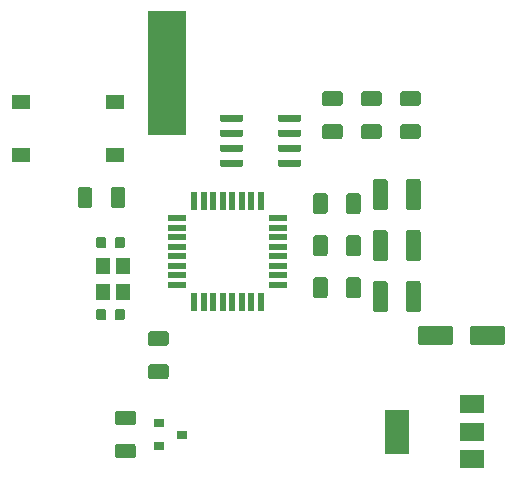
<source format=gbr>
G04 #@! TF.GenerationSoftware,KiCad,Pcbnew,5.1.5-1.fc30*
G04 #@! TF.CreationDate,2020-01-16T12:22:22+03:00*
G04 #@! TF.ProjectId,Tamagotchi-Atmega8,54616d61-676f-4746-9368-692d41746d65,rev?*
G04 #@! TF.SameCoordinates,Original*
G04 #@! TF.FileFunction,Paste,Top*
G04 #@! TF.FilePolarity,Positive*
%FSLAX46Y46*%
G04 Gerber Fmt 4.6, Leading zero omitted, Abs format (unit mm)*
G04 Created by KiCad (PCBNEW 5.1.5-1.fc30) date 2020-01-16 12:22:22*
%MOMM*%
%LPD*%
G04 APERTURE LIST*
%ADD10R,1.550000X1.300000*%
%ADD11R,3.200000X10.500000*%
%ADD12R,1.200000X1.400000*%
%ADD13C,0.100000*%
%ADD14R,0.550000X1.600000*%
%ADD15R,1.600000X0.550000*%
%ADD16R,2.000000X1.500000*%
%ADD17R,2.000000X3.800000*%
%ADD18R,0.900000X0.800000*%
G04 APERTURE END LIST*
D10*
X109817000Y-73188000D03*
X117767000Y-73188000D03*
X109817000Y-77688000D03*
X117767000Y-77688000D03*
D11*
X122174000Y-70752000D03*
D12*
X116752000Y-89238000D03*
X116752000Y-87038000D03*
X118452000Y-87038000D03*
X118452000Y-89238000D03*
D13*
G36*
X133362703Y-74249722D02*
G01*
X133377264Y-74251882D01*
X133391543Y-74255459D01*
X133405403Y-74260418D01*
X133418710Y-74266712D01*
X133431336Y-74274280D01*
X133443159Y-74283048D01*
X133454066Y-74292934D01*
X133463952Y-74303841D01*
X133472720Y-74315664D01*
X133480288Y-74328290D01*
X133486582Y-74341597D01*
X133491541Y-74355457D01*
X133495118Y-74369736D01*
X133497278Y-74384297D01*
X133498000Y-74399000D01*
X133498000Y-74699000D01*
X133497278Y-74713703D01*
X133495118Y-74728264D01*
X133491541Y-74742543D01*
X133486582Y-74756403D01*
X133480288Y-74769710D01*
X133472720Y-74782336D01*
X133463952Y-74794159D01*
X133454066Y-74805066D01*
X133443159Y-74814952D01*
X133431336Y-74823720D01*
X133418710Y-74831288D01*
X133405403Y-74837582D01*
X133391543Y-74842541D01*
X133377264Y-74846118D01*
X133362703Y-74848278D01*
X133348000Y-74849000D01*
X131698000Y-74849000D01*
X131683297Y-74848278D01*
X131668736Y-74846118D01*
X131654457Y-74842541D01*
X131640597Y-74837582D01*
X131627290Y-74831288D01*
X131614664Y-74823720D01*
X131602841Y-74814952D01*
X131591934Y-74805066D01*
X131582048Y-74794159D01*
X131573280Y-74782336D01*
X131565712Y-74769710D01*
X131559418Y-74756403D01*
X131554459Y-74742543D01*
X131550882Y-74728264D01*
X131548722Y-74713703D01*
X131548000Y-74699000D01*
X131548000Y-74399000D01*
X131548722Y-74384297D01*
X131550882Y-74369736D01*
X131554459Y-74355457D01*
X131559418Y-74341597D01*
X131565712Y-74328290D01*
X131573280Y-74315664D01*
X131582048Y-74303841D01*
X131591934Y-74292934D01*
X131602841Y-74283048D01*
X131614664Y-74274280D01*
X131627290Y-74266712D01*
X131640597Y-74260418D01*
X131654457Y-74255459D01*
X131668736Y-74251882D01*
X131683297Y-74249722D01*
X131698000Y-74249000D01*
X133348000Y-74249000D01*
X133362703Y-74249722D01*
G37*
G36*
X133362703Y-75519722D02*
G01*
X133377264Y-75521882D01*
X133391543Y-75525459D01*
X133405403Y-75530418D01*
X133418710Y-75536712D01*
X133431336Y-75544280D01*
X133443159Y-75553048D01*
X133454066Y-75562934D01*
X133463952Y-75573841D01*
X133472720Y-75585664D01*
X133480288Y-75598290D01*
X133486582Y-75611597D01*
X133491541Y-75625457D01*
X133495118Y-75639736D01*
X133497278Y-75654297D01*
X133498000Y-75669000D01*
X133498000Y-75969000D01*
X133497278Y-75983703D01*
X133495118Y-75998264D01*
X133491541Y-76012543D01*
X133486582Y-76026403D01*
X133480288Y-76039710D01*
X133472720Y-76052336D01*
X133463952Y-76064159D01*
X133454066Y-76075066D01*
X133443159Y-76084952D01*
X133431336Y-76093720D01*
X133418710Y-76101288D01*
X133405403Y-76107582D01*
X133391543Y-76112541D01*
X133377264Y-76116118D01*
X133362703Y-76118278D01*
X133348000Y-76119000D01*
X131698000Y-76119000D01*
X131683297Y-76118278D01*
X131668736Y-76116118D01*
X131654457Y-76112541D01*
X131640597Y-76107582D01*
X131627290Y-76101288D01*
X131614664Y-76093720D01*
X131602841Y-76084952D01*
X131591934Y-76075066D01*
X131582048Y-76064159D01*
X131573280Y-76052336D01*
X131565712Y-76039710D01*
X131559418Y-76026403D01*
X131554459Y-76012543D01*
X131550882Y-75998264D01*
X131548722Y-75983703D01*
X131548000Y-75969000D01*
X131548000Y-75669000D01*
X131548722Y-75654297D01*
X131550882Y-75639736D01*
X131554459Y-75625457D01*
X131559418Y-75611597D01*
X131565712Y-75598290D01*
X131573280Y-75585664D01*
X131582048Y-75573841D01*
X131591934Y-75562934D01*
X131602841Y-75553048D01*
X131614664Y-75544280D01*
X131627290Y-75536712D01*
X131640597Y-75530418D01*
X131654457Y-75525459D01*
X131668736Y-75521882D01*
X131683297Y-75519722D01*
X131698000Y-75519000D01*
X133348000Y-75519000D01*
X133362703Y-75519722D01*
G37*
G36*
X133362703Y-76789722D02*
G01*
X133377264Y-76791882D01*
X133391543Y-76795459D01*
X133405403Y-76800418D01*
X133418710Y-76806712D01*
X133431336Y-76814280D01*
X133443159Y-76823048D01*
X133454066Y-76832934D01*
X133463952Y-76843841D01*
X133472720Y-76855664D01*
X133480288Y-76868290D01*
X133486582Y-76881597D01*
X133491541Y-76895457D01*
X133495118Y-76909736D01*
X133497278Y-76924297D01*
X133498000Y-76939000D01*
X133498000Y-77239000D01*
X133497278Y-77253703D01*
X133495118Y-77268264D01*
X133491541Y-77282543D01*
X133486582Y-77296403D01*
X133480288Y-77309710D01*
X133472720Y-77322336D01*
X133463952Y-77334159D01*
X133454066Y-77345066D01*
X133443159Y-77354952D01*
X133431336Y-77363720D01*
X133418710Y-77371288D01*
X133405403Y-77377582D01*
X133391543Y-77382541D01*
X133377264Y-77386118D01*
X133362703Y-77388278D01*
X133348000Y-77389000D01*
X131698000Y-77389000D01*
X131683297Y-77388278D01*
X131668736Y-77386118D01*
X131654457Y-77382541D01*
X131640597Y-77377582D01*
X131627290Y-77371288D01*
X131614664Y-77363720D01*
X131602841Y-77354952D01*
X131591934Y-77345066D01*
X131582048Y-77334159D01*
X131573280Y-77322336D01*
X131565712Y-77309710D01*
X131559418Y-77296403D01*
X131554459Y-77282543D01*
X131550882Y-77268264D01*
X131548722Y-77253703D01*
X131548000Y-77239000D01*
X131548000Y-76939000D01*
X131548722Y-76924297D01*
X131550882Y-76909736D01*
X131554459Y-76895457D01*
X131559418Y-76881597D01*
X131565712Y-76868290D01*
X131573280Y-76855664D01*
X131582048Y-76843841D01*
X131591934Y-76832934D01*
X131602841Y-76823048D01*
X131614664Y-76814280D01*
X131627290Y-76806712D01*
X131640597Y-76800418D01*
X131654457Y-76795459D01*
X131668736Y-76791882D01*
X131683297Y-76789722D01*
X131698000Y-76789000D01*
X133348000Y-76789000D01*
X133362703Y-76789722D01*
G37*
G36*
X133362703Y-78059722D02*
G01*
X133377264Y-78061882D01*
X133391543Y-78065459D01*
X133405403Y-78070418D01*
X133418710Y-78076712D01*
X133431336Y-78084280D01*
X133443159Y-78093048D01*
X133454066Y-78102934D01*
X133463952Y-78113841D01*
X133472720Y-78125664D01*
X133480288Y-78138290D01*
X133486582Y-78151597D01*
X133491541Y-78165457D01*
X133495118Y-78179736D01*
X133497278Y-78194297D01*
X133498000Y-78209000D01*
X133498000Y-78509000D01*
X133497278Y-78523703D01*
X133495118Y-78538264D01*
X133491541Y-78552543D01*
X133486582Y-78566403D01*
X133480288Y-78579710D01*
X133472720Y-78592336D01*
X133463952Y-78604159D01*
X133454066Y-78615066D01*
X133443159Y-78624952D01*
X133431336Y-78633720D01*
X133418710Y-78641288D01*
X133405403Y-78647582D01*
X133391543Y-78652541D01*
X133377264Y-78656118D01*
X133362703Y-78658278D01*
X133348000Y-78659000D01*
X131698000Y-78659000D01*
X131683297Y-78658278D01*
X131668736Y-78656118D01*
X131654457Y-78652541D01*
X131640597Y-78647582D01*
X131627290Y-78641288D01*
X131614664Y-78633720D01*
X131602841Y-78624952D01*
X131591934Y-78615066D01*
X131582048Y-78604159D01*
X131573280Y-78592336D01*
X131565712Y-78579710D01*
X131559418Y-78566403D01*
X131554459Y-78552543D01*
X131550882Y-78538264D01*
X131548722Y-78523703D01*
X131548000Y-78509000D01*
X131548000Y-78209000D01*
X131548722Y-78194297D01*
X131550882Y-78179736D01*
X131554459Y-78165457D01*
X131559418Y-78151597D01*
X131565712Y-78138290D01*
X131573280Y-78125664D01*
X131582048Y-78113841D01*
X131591934Y-78102934D01*
X131602841Y-78093048D01*
X131614664Y-78084280D01*
X131627290Y-78076712D01*
X131640597Y-78070418D01*
X131654457Y-78065459D01*
X131668736Y-78061882D01*
X131683297Y-78059722D01*
X131698000Y-78059000D01*
X133348000Y-78059000D01*
X133362703Y-78059722D01*
G37*
G36*
X128412703Y-78059722D02*
G01*
X128427264Y-78061882D01*
X128441543Y-78065459D01*
X128455403Y-78070418D01*
X128468710Y-78076712D01*
X128481336Y-78084280D01*
X128493159Y-78093048D01*
X128504066Y-78102934D01*
X128513952Y-78113841D01*
X128522720Y-78125664D01*
X128530288Y-78138290D01*
X128536582Y-78151597D01*
X128541541Y-78165457D01*
X128545118Y-78179736D01*
X128547278Y-78194297D01*
X128548000Y-78209000D01*
X128548000Y-78509000D01*
X128547278Y-78523703D01*
X128545118Y-78538264D01*
X128541541Y-78552543D01*
X128536582Y-78566403D01*
X128530288Y-78579710D01*
X128522720Y-78592336D01*
X128513952Y-78604159D01*
X128504066Y-78615066D01*
X128493159Y-78624952D01*
X128481336Y-78633720D01*
X128468710Y-78641288D01*
X128455403Y-78647582D01*
X128441543Y-78652541D01*
X128427264Y-78656118D01*
X128412703Y-78658278D01*
X128398000Y-78659000D01*
X126748000Y-78659000D01*
X126733297Y-78658278D01*
X126718736Y-78656118D01*
X126704457Y-78652541D01*
X126690597Y-78647582D01*
X126677290Y-78641288D01*
X126664664Y-78633720D01*
X126652841Y-78624952D01*
X126641934Y-78615066D01*
X126632048Y-78604159D01*
X126623280Y-78592336D01*
X126615712Y-78579710D01*
X126609418Y-78566403D01*
X126604459Y-78552543D01*
X126600882Y-78538264D01*
X126598722Y-78523703D01*
X126598000Y-78509000D01*
X126598000Y-78209000D01*
X126598722Y-78194297D01*
X126600882Y-78179736D01*
X126604459Y-78165457D01*
X126609418Y-78151597D01*
X126615712Y-78138290D01*
X126623280Y-78125664D01*
X126632048Y-78113841D01*
X126641934Y-78102934D01*
X126652841Y-78093048D01*
X126664664Y-78084280D01*
X126677290Y-78076712D01*
X126690597Y-78070418D01*
X126704457Y-78065459D01*
X126718736Y-78061882D01*
X126733297Y-78059722D01*
X126748000Y-78059000D01*
X128398000Y-78059000D01*
X128412703Y-78059722D01*
G37*
G36*
X128412703Y-76789722D02*
G01*
X128427264Y-76791882D01*
X128441543Y-76795459D01*
X128455403Y-76800418D01*
X128468710Y-76806712D01*
X128481336Y-76814280D01*
X128493159Y-76823048D01*
X128504066Y-76832934D01*
X128513952Y-76843841D01*
X128522720Y-76855664D01*
X128530288Y-76868290D01*
X128536582Y-76881597D01*
X128541541Y-76895457D01*
X128545118Y-76909736D01*
X128547278Y-76924297D01*
X128548000Y-76939000D01*
X128548000Y-77239000D01*
X128547278Y-77253703D01*
X128545118Y-77268264D01*
X128541541Y-77282543D01*
X128536582Y-77296403D01*
X128530288Y-77309710D01*
X128522720Y-77322336D01*
X128513952Y-77334159D01*
X128504066Y-77345066D01*
X128493159Y-77354952D01*
X128481336Y-77363720D01*
X128468710Y-77371288D01*
X128455403Y-77377582D01*
X128441543Y-77382541D01*
X128427264Y-77386118D01*
X128412703Y-77388278D01*
X128398000Y-77389000D01*
X126748000Y-77389000D01*
X126733297Y-77388278D01*
X126718736Y-77386118D01*
X126704457Y-77382541D01*
X126690597Y-77377582D01*
X126677290Y-77371288D01*
X126664664Y-77363720D01*
X126652841Y-77354952D01*
X126641934Y-77345066D01*
X126632048Y-77334159D01*
X126623280Y-77322336D01*
X126615712Y-77309710D01*
X126609418Y-77296403D01*
X126604459Y-77282543D01*
X126600882Y-77268264D01*
X126598722Y-77253703D01*
X126598000Y-77239000D01*
X126598000Y-76939000D01*
X126598722Y-76924297D01*
X126600882Y-76909736D01*
X126604459Y-76895457D01*
X126609418Y-76881597D01*
X126615712Y-76868290D01*
X126623280Y-76855664D01*
X126632048Y-76843841D01*
X126641934Y-76832934D01*
X126652841Y-76823048D01*
X126664664Y-76814280D01*
X126677290Y-76806712D01*
X126690597Y-76800418D01*
X126704457Y-76795459D01*
X126718736Y-76791882D01*
X126733297Y-76789722D01*
X126748000Y-76789000D01*
X128398000Y-76789000D01*
X128412703Y-76789722D01*
G37*
G36*
X128412703Y-75519722D02*
G01*
X128427264Y-75521882D01*
X128441543Y-75525459D01*
X128455403Y-75530418D01*
X128468710Y-75536712D01*
X128481336Y-75544280D01*
X128493159Y-75553048D01*
X128504066Y-75562934D01*
X128513952Y-75573841D01*
X128522720Y-75585664D01*
X128530288Y-75598290D01*
X128536582Y-75611597D01*
X128541541Y-75625457D01*
X128545118Y-75639736D01*
X128547278Y-75654297D01*
X128548000Y-75669000D01*
X128548000Y-75969000D01*
X128547278Y-75983703D01*
X128545118Y-75998264D01*
X128541541Y-76012543D01*
X128536582Y-76026403D01*
X128530288Y-76039710D01*
X128522720Y-76052336D01*
X128513952Y-76064159D01*
X128504066Y-76075066D01*
X128493159Y-76084952D01*
X128481336Y-76093720D01*
X128468710Y-76101288D01*
X128455403Y-76107582D01*
X128441543Y-76112541D01*
X128427264Y-76116118D01*
X128412703Y-76118278D01*
X128398000Y-76119000D01*
X126748000Y-76119000D01*
X126733297Y-76118278D01*
X126718736Y-76116118D01*
X126704457Y-76112541D01*
X126690597Y-76107582D01*
X126677290Y-76101288D01*
X126664664Y-76093720D01*
X126652841Y-76084952D01*
X126641934Y-76075066D01*
X126632048Y-76064159D01*
X126623280Y-76052336D01*
X126615712Y-76039710D01*
X126609418Y-76026403D01*
X126604459Y-76012543D01*
X126600882Y-75998264D01*
X126598722Y-75983703D01*
X126598000Y-75969000D01*
X126598000Y-75669000D01*
X126598722Y-75654297D01*
X126600882Y-75639736D01*
X126604459Y-75625457D01*
X126609418Y-75611597D01*
X126615712Y-75598290D01*
X126623280Y-75585664D01*
X126632048Y-75573841D01*
X126641934Y-75562934D01*
X126652841Y-75553048D01*
X126664664Y-75544280D01*
X126677290Y-75536712D01*
X126690597Y-75530418D01*
X126704457Y-75525459D01*
X126718736Y-75521882D01*
X126733297Y-75519722D01*
X126748000Y-75519000D01*
X128398000Y-75519000D01*
X128412703Y-75519722D01*
G37*
G36*
X128412703Y-74249722D02*
G01*
X128427264Y-74251882D01*
X128441543Y-74255459D01*
X128455403Y-74260418D01*
X128468710Y-74266712D01*
X128481336Y-74274280D01*
X128493159Y-74283048D01*
X128504066Y-74292934D01*
X128513952Y-74303841D01*
X128522720Y-74315664D01*
X128530288Y-74328290D01*
X128536582Y-74341597D01*
X128541541Y-74355457D01*
X128545118Y-74369736D01*
X128547278Y-74384297D01*
X128548000Y-74399000D01*
X128548000Y-74699000D01*
X128547278Y-74713703D01*
X128545118Y-74728264D01*
X128541541Y-74742543D01*
X128536582Y-74756403D01*
X128530288Y-74769710D01*
X128522720Y-74782336D01*
X128513952Y-74794159D01*
X128504066Y-74805066D01*
X128493159Y-74814952D01*
X128481336Y-74823720D01*
X128468710Y-74831288D01*
X128455403Y-74837582D01*
X128441543Y-74842541D01*
X128427264Y-74846118D01*
X128412703Y-74848278D01*
X128398000Y-74849000D01*
X126748000Y-74849000D01*
X126733297Y-74848278D01*
X126718736Y-74846118D01*
X126704457Y-74842541D01*
X126690597Y-74837582D01*
X126677290Y-74831288D01*
X126664664Y-74823720D01*
X126652841Y-74814952D01*
X126641934Y-74805066D01*
X126632048Y-74794159D01*
X126623280Y-74782336D01*
X126615712Y-74769710D01*
X126609418Y-74756403D01*
X126604459Y-74742543D01*
X126600882Y-74728264D01*
X126598722Y-74713703D01*
X126598000Y-74699000D01*
X126598000Y-74399000D01*
X126598722Y-74384297D01*
X126600882Y-74369736D01*
X126604459Y-74355457D01*
X126609418Y-74341597D01*
X126615712Y-74328290D01*
X126623280Y-74315664D01*
X126632048Y-74303841D01*
X126641934Y-74292934D01*
X126652841Y-74283048D01*
X126664664Y-74274280D01*
X126677290Y-74266712D01*
X126690597Y-74260418D01*
X126704457Y-74255459D01*
X126718736Y-74251882D01*
X126733297Y-74249722D01*
X126748000Y-74249000D01*
X128398000Y-74249000D01*
X128412703Y-74249722D01*
G37*
D14*
X124454000Y-81602000D03*
X125254000Y-81602000D03*
X126054000Y-81602000D03*
X126854000Y-81602000D03*
X127654000Y-81602000D03*
X128454000Y-81602000D03*
X129254000Y-81602000D03*
X130054000Y-81602000D03*
D15*
X131504000Y-83052000D03*
X131504000Y-83852000D03*
X131504000Y-84652000D03*
X131504000Y-85452000D03*
X131504000Y-86252000D03*
X131504000Y-87052000D03*
X131504000Y-87852000D03*
X131504000Y-88652000D03*
D14*
X130054000Y-90102000D03*
X129254000Y-90102000D03*
X128454000Y-90102000D03*
X127654000Y-90102000D03*
X126854000Y-90102000D03*
X126054000Y-90102000D03*
X125254000Y-90102000D03*
X124454000Y-90102000D03*
D15*
X123004000Y-88652000D03*
X123004000Y-87852000D03*
X123004000Y-87052000D03*
X123004000Y-86252000D03*
X123004000Y-85452000D03*
X123004000Y-84652000D03*
X123004000Y-83852000D03*
X123004000Y-83052000D03*
D16*
X147930000Y-103392000D03*
X147930000Y-98792000D03*
X147930000Y-101092000D03*
D17*
X141630000Y-101092000D03*
D13*
G36*
X136793504Y-75074204D02*
G01*
X136817773Y-75077804D01*
X136841571Y-75083765D01*
X136864671Y-75092030D01*
X136886849Y-75102520D01*
X136907893Y-75115133D01*
X136927598Y-75129747D01*
X136945777Y-75146223D01*
X136962253Y-75164402D01*
X136976867Y-75184107D01*
X136989480Y-75205151D01*
X136999970Y-75227329D01*
X137008235Y-75250429D01*
X137014196Y-75274227D01*
X137017796Y-75298496D01*
X137019000Y-75323000D01*
X137019000Y-76073000D01*
X137017796Y-76097504D01*
X137014196Y-76121773D01*
X137008235Y-76145571D01*
X136999970Y-76168671D01*
X136989480Y-76190849D01*
X136976867Y-76211893D01*
X136962253Y-76231598D01*
X136945777Y-76249777D01*
X136927598Y-76266253D01*
X136907893Y-76280867D01*
X136886849Y-76293480D01*
X136864671Y-76303970D01*
X136841571Y-76312235D01*
X136817773Y-76318196D01*
X136793504Y-76321796D01*
X136769000Y-76323000D01*
X135519000Y-76323000D01*
X135494496Y-76321796D01*
X135470227Y-76318196D01*
X135446429Y-76312235D01*
X135423329Y-76303970D01*
X135401151Y-76293480D01*
X135380107Y-76280867D01*
X135360402Y-76266253D01*
X135342223Y-76249777D01*
X135325747Y-76231598D01*
X135311133Y-76211893D01*
X135298520Y-76190849D01*
X135288030Y-76168671D01*
X135279765Y-76145571D01*
X135273804Y-76121773D01*
X135270204Y-76097504D01*
X135269000Y-76073000D01*
X135269000Y-75323000D01*
X135270204Y-75298496D01*
X135273804Y-75274227D01*
X135279765Y-75250429D01*
X135288030Y-75227329D01*
X135298520Y-75205151D01*
X135311133Y-75184107D01*
X135325747Y-75164402D01*
X135342223Y-75146223D01*
X135360402Y-75129747D01*
X135380107Y-75115133D01*
X135401151Y-75102520D01*
X135423329Y-75092030D01*
X135446429Y-75083765D01*
X135470227Y-75077804D01*
X135494496Y-75074204D01*
X135519000Y-75073000D01*
X136769000Y-75073000D01*
X136793504Y-75074204D01*
G37*
G36*
X136793504Y-72274204D02*
G01*
X136817773Y-72277804D01*
X136841571Y-72283765D01*
X136864671Y-72292030D01*
X136886849Y-72302520D01*
X136907893Y-72315133D01*
X136927598Y-72329747D01*
X136945777Y-72346223D01*
X136962253Y-72364402D01*
X136976867Y-72384107D01*
X136989480Y-72405151D01*
X136999970Y-72427329D01*
X137008235Y-72450429D01*
X137014196Y-72474227D01*
X137017796Y-72498496D01*
X137019000Y-72523000D01*
X137019000Y-73273000D01*
X137017796Y-73297504D01*
X137014196Y-73321773D01*
X137008235Y-73345571D01*
X136999970Y-73368671D01*
X136989480Y-73390849D01*
X136976867Y-73411893D01*
X136962253Y-73431598D01*
X136945777Y-73449777D01*
X136927598Y-73466253D01*
X136907893Y-73480867D01*
X136886849Y-73493480D01*
X136864671Y-73503970D01*
X136841571Y-73512235D01*
X136817773Y-73518196D01*
X136793504Y-73521796D01*
X136769000Y-73523000D01*
X135519000Y-73523000D01*
X135494496Y-73521796D01*
X135470227Y-73518196D01*
X135446429Y-73512235D01*
X135423329Y-73503970D01*
X135401151Y-73493480D01*
X135380107Y-73480867D01*
X135360402Y-73466253D01*
X135342223Y-73449777D01*
X135325747Y-73431598D01*
X135311133Y-73411893D01*
X135298520Y-73390849D01*
X135288030Y-73368671D01*
X135279765Y-73345571D01*
X135273804Y-73321773D01*
X135270204Y-73297504D01*
X135269000Y-73273000D01*
X135269000Y-72523000D01*
X135270204Y-72498496D01*
X135273804Y-72474227D01*
X135279765Y-72450429D01*
X135288030Y-72427329D01*
X135298520Y-72405151D01*
X135311133Y-72384107D01*
X135325747Y-72364402D01*
X135342223Y-72346223D01*
X135360402Y-72329747D01*
X135380107Y-72315133D01*
X135401151Y-72302520D01*
X135423329Y-72292030D01*
X135446429Y-72283765D01*
X135470227Y-72277804D01*
X135494496Y-72274204D01*
X135519000Y-72273000D01*
X136769000Y-72273000D01*
X136793504Y-72274204D01*
G37*
G36*
X138321504Y-80914204D02*
G01*
X138345773Y-80917804D01*
X138369571Y-80923765D01*
X138392671Y-80932030D01*
X138414849Y-80942520D01*
X138435893Y-80955133D01*
X138455598Y-80969747D01*
X138473777Y-80986223D01*
X138490253Y-81004402D01*
X138504867Y-81024107D01*
X138517480Y-81045151D01*
X138527970Y-81067329D01*
X138536235Y-81090429D01*
X138542196Y-81114227D01*
X138545796Y-81138496D01*
X138547000Y-81163000D01*
X138547000Y-82413000D01*
X138545796Y-82437504D01*
X138542196Y-82461773D01*
X138536235Y-82485571D01*
X138527970Y-82508671D01*
X138517480Y-82530849D01*
X138504867Y-82551893D01*
X138490253Y-82571598D01*
X138473777Y-82589777D01*
X138455598Y-82606253D01*
X138435893Y-82620867D01*
X138414849Y-82633480D01*
X138392671Y-82643970D01*
X138369571Y-82652235D01*
X138345773Y-82658196D01*
X138321504Y-82661796D01*
X138297000Y-82663000D01*
X137547000Y-82663000D01*
X137522496Y-82661796D01*
X137498227Y-82658196D01*
X137474429Y-82652235D01*
X137451329Y-82643970D01*
X137429151Y-82633480D01*
X137408107Y-82620867D01*
X137388402Y-82606253D01*
X137370223Y-82589777D01*
X137353747Y-82571598D01*
X137339133Y-82551893D01*
X137326520Y-82530849D01*
X137316030Y-82508671D01*
X137307765Y-82485571D01*
X137301804Y-82461773D01*
X137298204Y-82437504D01*
X137297000Y-82413000D01*
X137297000Y-81163000D01*
X137298204Y-81138496D01*
X137301804Y-81114227D01*
X137307765Y-81090429D01*
X137316030Y-81067329D01*
X137326520Y-81045151D01*
X137339133Y-81024107D01*
X137353747Y-81004402D01*
X137370223Y-80986223D01*
X137388402Y-80969747D01*
X137408107Y-80955133D01*
X137429151Y-80942520D01*
X137451329Y-80932030D01*
X137474429Y-80923765D01*
X137498227Y-80917804D01*
X137522496Y-80914204D01*
X137547000Y-80913000D01*
X138297000Y-80913000D01*
X138321504Y-80914204D01*
G37*
G36*
X135521504Y-80914204D02*
G01*
X135545773Y-80917804D01*
X135569571Y-80923765D01*
X135592671Y-80932030D01*
X135614849Y-80942520D01*
X135635893Y-80955133D01*
X135655598Y-80969747D01*
X135673777Y-80986223D01*
X135690253Y-81004402D01*
X135704867Y-81024107D01*
X135717480Y-81045151D01*
X135727970Y-81067329D01*
X135736235Y-81090429D01*
X135742196Y-81114227D01*
X135745796Y-81138496D01*
X135747000Y-81163000D01*
X135747000Y-82413000D01*
X135745796Y-82437504D01*
X135742196Y-82461773D01*
X135736235Y-82485571D01*
X135727970Y-82508671D01*
X135717480Y-82530849D01*
X135704867Y-82551893D01*
X135690253Y-82571598D01*
X135673777Y-82589777D01*
X135655598Y-82606253D01*
X135635893Y-82620867D01*
X135614849Y-82633480D01*
X135592671Y-82643970D01*
X135569571Y-82652235D01*
X135545773Y-82658196D01*
X135521504Y-82661796D01*
X135497000Y-82663000D01*
X134747000Y-82663000D01*
X134722496Y-82661796D01*
X134698227Y-82658196D01*
X134674429Y-82652235D01*
X134651329Y-82643970D01*
X134629151Y-82633480D01*
X134608107Y-82620867D01*
X134588402Y-82606253D01*
X134570223Y-82589777D01*
X134553747Y-82571598D01*
X134539133Y-82551893D01*
X134526520Y-82530849D01*
X134516030Y-82508671D01*
X134507765Y-82485571D01*
X134501804Y-82461773D01*
X134498204Y-82437504D01*
X134497000Y-82413000D01*
X134497000Y-81163000D01*
X134498204Y-81138496D01*
X134501804Y-81114227D01*
X134507765Y-81090429D01*
X134516030Y-81067329D01*
X134526520Y-81045151D01*
X134539133Y-81024107D01*
X134553747Y-81004402D01*
X134570223Y-80986223D01*
X134588402Y-80969747D01*
X134608107Y-80955133D01*
X134629151Y-80942520D01*
X134651329Y-80932030D01*
X134674429Y-80923765D01*
X134698227Y-80917804D01*
X134722496Y-80914204D01*
X134747000Y-80913000D01*
X135497000Y-80913000D01*
X135521504Y-80914204D01*
G37*
G36*
X138327504Y-84470204D02*
G01*
X138351773Y-84473804D01*
X138375571Y-84479765D01*
X138398671Y-84488030D01*
X138420849Y-84498520D01*
X138441893Y-84511133D01*
X138461598Y-84525747D01*
X138479777Y-84542223D01*
X138496253Y-84560402D01*
X138510867Y-84580107D01*
X138523480Y-84601151D01*
X138533970Y-84623329D01*
X138542235Y-84646429D01*
X138548196Y-84670227D01*
X138551796Y-84694496D01*
X138553000Y-84719000D01*
X138553000Y-85969000D01*
X138551796Y-85993504D01*
X138548196Y-86017773D01*
X138542235Y-86041571D01*
X138533970Y-86064671D01*
X138523480Y-86086849D01*
X138510867Y-86107893D01*
X138496253Y-86127598D01*
X138479777Y-86145777D01*
X138461598Y-86162253D01*
X138441893Y-86176867D01*
X138420849Y-86189480D01*
X138398671Y-86199970D01*
X138375571Y-86208235D01*
X138351773Y-86214196D01*
X138327504Y-86217796D01*
X138303000Y-86219000D01*
X137553000Y-86219000D01*
X137528496Y-86217796D01*
X137504227Y-86214196D01*
X137480429Y-86208235D01*
X137457329Y-86199970D01*
X137435151Y-86189480D01*
X137414107Y-86176867D01*
X137394402Y-86162253D01*
X137376223Y-86145777D01*
X137359747Y-86127598D01*
X137345133Y-86107893D01*
X137332520Y-86086849D01*
X137322030Y-86064671D01*
X137313765Y-86041571D01*
X137307804Y-86017773D01*
X137304204Y-85993504D01*
X137303000Y-85969000D01*
X137303000Y-84719000D01*
X137304204Y-84694496D01*
X137307804Y-84670227D01*
X137313765Y-84646429D01*
X137322030Y-84623329D01*
X137332520Y-84601151D01*
X137345133Y-84580107D01*
X137359747Y-84560402D01*
X137376223Y-84542223D01*
X137394402Y-84525747D01*
X137414107Y-84511133D01*
X137435151Y-84498520D01*
X137457329Y-84488030D01*
X137480429Y-84479765D01*
X137504227Y-84473804D01*
X137528496Y-84470204D01*
X137553000Y-84469000D01*
X138303000Y-84469000D01*
X138327504Y-84470204D01*
G37*
G36*
X135527504Y-84470204D02*
G01*
X135551773Y-84473804D01*
X135575571Y-84479765D01*
X135598671Y-84488030D01*
X135620849Y-84498520D01*
X135641893Y-84511133D01*
X135661598Y-84525747D01*
X135679777Y-84542223D01*
X135696253Y-84560402D01*
X135710867Y-84580107D01*
X135723480Y-84601151D01*
X135733970Y-84623329D01*
X135742235Y-84646429D01*
X135748196Y-84670227D01*
X135751796Y-84694496D01*
X135753000Y-84719000D01*
X135753000Y-85969000D01*
X135751796Y-85993504D01*
X135748196Y-86017773D01*
X135742235Y-86041571D01*
X135733970Y-86064671D01*
X135723480Y-86086849D01*
X135710867Y-86107893D01*
X135696253Y-86127598D01*
X135679777Y-86145777D01*
X135661598Y-86162253D01*
X135641893Y-86176867D01*
X135620849Y-86189480D01*
X135598671Y-86199970D01*
X135575571Y-86208235D01*
X135551773Y-86214196D01*
X135527504Y-86217796D01*
X135503000Y-86219000D01*
X134753000Y-86219000D01*
X134728496Y-86217796D01*
X134704227Y-86214196D01*
X134680429Y-86208235D01*
X134657329Y-86199970D01*
X134635151Y-86189480D01*
X134614107Y-86176867D01*
X134594402Y-86162253D01*
X134576223Y-86145777D01*
X134559747Y-86127598D01*
X134545133Y-86107893D01*
X134532520Y-86086849D01*
X134522030Y-86064671D01*
X134513765Y-86041571D01*
X134507804Y-86017773D01*
X134504204Y-85993504D01*
X134503000Y-85969000D01*
X134503000Y-84719000D01*
X134504204Y-84694496D01*
X134507804Y-84670227D01*
X134513765Y-84646429D01*
X134522030Y-84623329D01*
X134532520Y-84601151D01*
X134545133Y-84580107D01*
X134559747Y-84560402D01*
X134576223Y-84542223D01*
X134594402Y-84525747D01*
X134614107Y-84511133D01*
X134635151Y-84498520D01*
X134657329Y-84488030D01*
X134680429Y-84479765D01*
X134704227Y-84473804D01*
X134728496Y-84470204D01*
X134753000Y-84469000D01*
X135503000Y-84469000D01*
X135527504Y-84470204D01*
G37*
G36*
X138327504Y-88026204D02*
G01*
X138351773Y-88029804D01*
X138375571Y-88035765D01*
X138398671Y-88044030D01*
X138420849Y-88054520D01*
X138441893Y-88067133D01*
X138461598Y-88081747D01*
X138479777Y-88098223D01*
X138496253Y-88116402D01*
X138510867Y-88136107D01*
X138523480Y-88157151D01*
X138533970Y-88179329D01*
X138542235Y-88202429D01*
X138548196Y-88226227D01*
X138551796Y-88250496D01*
X138553000Y-88275000D01*
X138553000Y-89525000D01*
X138551796Y-89549504D01*
X138548196Y-89573773D01*
X138542235Y-89597571D01*
X138533970Y-89620671D01*
X138523480Y-89642849D01*
X138510867Y-89663893D01*
X138496253Y-89683598D01*
X138479777Y-89701777D01*
X138461598Y-89718253D01*
X138441893Y-89732867D01*
X138420849Y-89745480D01*
X138398671Y-89755970D01*
X138375571Y-89764235D01*
X138351773Y-89770196D01*
X138327504Y-89773796D01*
X138303000Y-89775000D01*
X137553000Y-89775000D01*
X137528496Y-89773796D01*
X137504227Y-89770196D01*
X137480429Y-89764235D01*
X137457329Y-89755970D01*
X137435151Y-89745480D01*
X137414107Y-89732867D01*
X137394402Y-89718253D01*
X137376223Y-89701777D01*
X137359747Y-89683598D01*
X137345133Y-89663893D01*
X137332520Y-89642849D01*
X137322030Y-89620671D01*
X137313765Y-89597571D01*
X137307804Y-89573773D01*
X137304204Y-89549504D01*
X137303000Y-89525000D01*
X137303000Y-88275000D01*
X137304204Y-88250496D01*
X137307804Y-88226227D01*
X137313765Y-88202429D01*
X137322030Y-88179329D01*
X137332520Y-88157151D01*
X137345133Y-88136107D01*
X137359747Y-88116402D01*
X137376223Y-88098223D01*
X137394402Y-88081747D01*
X137414107Y-88067133D01*
X137435151Y-88054520D01*
X137457329Y-88044030D01*
X137480429Y-88035765D01*
X137504227Y-88029804D01*
X137528496Y-88026204D01*
X137553000Y-88025000D01*
X138303000Y-88025000D01*
X138327504Y-88026204D01*
G37*
G36*
X135527504Y-88026204D02*
G01*
X135551773Y-88029804D01*
X135575571Y-88035765D01*
X135598671Y-88044030D01*
X135620849Y-88054520D01*
X135641893Y-88067133D01*
X135661598Y-88081747D01*
X135679777Y-88098223D01*
X135696253Y-88116402D01*
X135710867Y-88136107D01*
X135723480Y-88157151D01*
X135733970Y-88179329D01*
X135742235Y-88202429D01*
X135748196Y-88226227D01*
X135751796Y-88250496D01*
X135753000Y-88275000D01*
X135753000Y-89525000D01*
X135751796Y-89549504D01*
X135748196Y-89573773D01*
X135742235Y-89597571D01*
X135733970Y-89620671D01*
X135723480Y-89642849D01*
X135710867Y-89663893D01*
X135696253Y-89683598D01*
X135679777Y-89701777D01*
X135661598Y-89718253D01*
X135641893Y-89732867D01*
X135620849Y-89745480D01*
X135598671Y-89755970D01*
X135575571Y-89764235D01*
X135551773Y-89770196D01*
X135527504Y-89773796D01*
X135503000Y-89775000D01*
X134753000Y-89775000D01*
X134728496Y-89773796D01*
X134704227Y-89770196D01*
X134680429Y-89764235D01*
X134657329Y-89755970D01*
X134635151Y-89745480D01*
X134614107Y-89732867D01*
X134594402Y-89718253D01*
X134576223Y-89701777D01*
X134559747Y-89683598D01*
X134545133Y-89663893D01*
X134532520Y-89642849D01*
X134522030Y-89620671D01*
X134513765Y-89597571D01*
X134507804Y-89573773D01*
X134504204Y-89549504D01*
X134503000Y-89525000D01*
X134503000Y-88275000D01*
X134504204Y-88250496D01*
X134507804Y-88226227D01*
X134513765Y-88202429D01*
X134522030Y-88179329D01*
X134532520Y-88157151D01*
X134545133Y-88136107D01*
X134559747Y-88116402D01*
X134576223Y-88098223D01*
X134594402Y-88081747D01*
X134614107Y-88067133D01*
X134635151Y-88054520D01*
X134657329Y-88044030D01*
X134680429Y-88035765D01*
X134704227Y-88029804D01*
X134728496Y-88026204D01*
X134753000Y-88025000D01*
X135503000Y-88025000D01*
X135527504Y-88026204D01*
G37*
G36*
X143397504Y-75068204D02*
G01*
X143421773Y-75071804D01*
X143445571Y-75077765D01*
X143468671Y-75086030D01*
X143490849Y-75096520D01*
X143511893Y-75109133D01*
X143531598Y-75123747D01*
X143549777Y-75140223D01*
X143566253Y-75158402D01*
X143580867Y-75178107D01*
X143593480Y-75199151D01*
X143603970Y-75221329D01*
X143612235Y-75244429D01*
X143618196Y-75268227D01*
X143621796Y-75292496D01*
X143623000Y-75317000D01*
X143623000Y-76067000D01*
X143621796Y-76091504D01*
X143618196Y-76115773D01*
X143612235Y-76139571D01*
X143603970Y-76162671D01*
X143593480Y-76184849D01*
X143580867Y-76205893D01*
X143566253Y-76225598D01*
X143549777Y-76243777D01*
X143531598Y-76260253D01*
X143511893Y-76274867D01*
X143490849Y-76287480D01*
X143468671Y-76297970D01*
X143445571Y-76306235D01*
X143421773Y-76312196D01*
X143397504Y-76315796D01*
X143373000Y-76317000D01*
X142123000Y-76317000D01*
X142098496Y-76315796D01*
X142074227Y-76312196D01*
X142050429Y-76306235D01*
X142027329Y-76297970D01*
X142005151Y-76287480D01*
X141984107Y-76274867D01*
X141964402Y-76260253D01*
X141946223Y-76243777D01*
X141929747Y-76225598D01*
X141915133Y-76205893D01*
X141902520Y-76184849D01*
X141892030Y-76162671D01*
X141883765Y-76139571D01*
X141877804Y-76115773D01*
X141874204Y-76091504D01*
X141873000Y-76067000D01*
X141873000Y-75317000D01*
X141874204Y-75292496D01*
X141877804Y-75268227D01*
X141883765Y-75244429D01*
X141892030Y-75221329D01*
X141902520Y-75199151D01*
X141915133Y-75178107D01*
X141929747Y-75158402D01*
X141946223Y-75140223D01*
X141964402Y-75123747D01*
X141984107Y-75109133D01*
X142005151Y-75096520D01*
X142027329Y-75086030D01*
X142050429Y-75077765D01*
X142074227Y-75071804D01*
X142098496Y-75068204D01*
X142123000Y-75067000D01*
X143373000Y-75067000D01*
X143397504Y-75068204D01*
G37*
G36*
X143397504Y-72268204D02*
G01*
X143421773Y-72271804D01*
X143445571Y-72277765D01*
X143468671Y-72286030D01*
X143490849Y-72296520D01*
X143511893Y-72309133D01*
X143531598Y-72323747D01*
X143549777Y-72340223D01*
X143566253Y-72358402D01*
X143580867Y-72378107D01*
X143593480Y-72399151D01*
X143603970Y-72421329D01*
X143612235Y-72444429D01*
X143618196Y-72468227D01*
X143621796Y-72492496D01*
X143623000Y-72517000D01*
X143623000Y-73267000D01*
X143621796Y-73291504D01*
X143618196Y-73315773D01*
X143612235Y-73339571D01*
X143603970Y-73362671D01*
X143593480Y-73384849D01*
X143580867Y-73405893D01*
X143566253Y-73425598D01*
X143549777Y-73443777D01*
X143531598Y-73460253D01*
X143511893Y-73474867D01*
X143490849Y-73487480D01*
X143468671Y-73497970D01*
X143445571Y-73506235D01*
X143421773Y-73512196D01*
X143397504Y-73515796D01*
X143373000Y-73517000D01*
X142123000Y-73517000D01*
X142098496Y-73515796D01*
X142074227Y-73512196D01*
X142050429Y-73506235D01*
X142027329Y-73497970D01*
X142005151Y-73487480D01*
X141984107Y-73474867D01*
X141964402Y-73460253D01*
X141946223Y-73443777D01*
X141929747Y-73425598D01*
X141915133Y-73405893D01*
X141902520Y-73384849D01*
X141892030Y-73362671D01*
X141883765Y-73339571D01*
X141877804Y-73315773D01*
X141874204Y-73291504D01*
X141873000Y-73267000D01*
X141873000Y-72517000D01*
X141874204Y-72492496D01*
X141877804Y-72468227D01*
X141883765Y-72444429D01*
X141892030Y-72421329D01*
X141902520Y-72399151D01*
X141915133Y-72378107D01*
X141929747Y-72358402D01*
X141946223Y-72340223D01*
X141964402Y-72323747D01*
X141984107Y-72309133D01*
X142005151Y-72296520D01*
X142027329Y-72286030D01*
X142050429Y-72277765D01*
X142074227Y-72271804D01*
X142098496Y-72268204D01*
X142123000Y-72267000D01*
X143373000Y-72267000D01*
X143397504Y-72268204D01*
G37*
G36*
X140095504Y-75068204D02*
G01*
X140119773Y-75071804D01*
X140143571Y-75077765D01*
X140166671Y-75086030D01*
X140188849Y-75096520D01*
X140209893Y-75109133D01*
X140229598Y-75123747D01*
X140247777Y-75140223D01*
X140264253Y-75158402D01*
X140278867Y-75178107D01*
X140291480Y-75199151D01*
X140301970Y-75221329D01*
X140310235Y-75244429D01*
X140316196Y-75268227D01*
X140319796Y-75292496D01*
X140321000Y-75317000D01*
X140321000Y-76067000D01*
X140319796Y-76091504D01*
X140316196Y-76115773D01*
X140310235Y-76139571D01*
X140301970Y-76162671D01*
X140291480Y-76184849D01*
X140278867Y-76205893D01*
X140264253Y-76225598D01*
X140247777Y-76243777D01*
X140229598Y-76260253D01*
X140209893Y-76274867D01*
X140188849Y-76287480D01*
X140166671Y-76297970D01*
X140143571Y-76306235D01*
X140119773Y-76312196D01*
X140095504Y-76315796D01*
X140071000Y-76317000D01*
X138821000Y-76317000D01*
X138796496Y-76315796D01*
X138772227Y-76312196D01*
X138748429Y-76306235D01*
X138725329Y-76297970D01*
X138703151Y-76287480D01*
X138682107Y-76274867D01*
X138662402Y-76260253D01*
X138644223Y-76243777D01*
X138627747Y-76225598D01*
X138613133Y-76205893D01*
X138600520Y-76184849D01*
X138590030Y-76162671D01*
X138581765Y-76139571D01*
X138575804Y-76115773D01*
X138572204Y-76091504D01*
X138571000Y-76067000D01*
X138571000Y-75317000D01*
X138572204Y-75292496D01*
X138575804Y-75268227D01*
X138581765Y-75244429D01*
X138590030Y-75221329D01*
X138600520Y-75199151D01*
X138613133Y-75178107D01*
X138627747Y-75158402D01*
X138644223Y-75140223D01*
X138662402Y-75123747D01*
X138682107Y-75109133D01*
X138703151Y-75096520D01*
X138725329Y-75086030D01*
X138748429Y-75077765D01*
X138772227Y-75071804D01*
X138796496Y-75068204D01*
X138821000Y-75067000D01*
X140071000Y-75067000D01*
X140095504Y-75068204D01*
G37*
G36*
X140095504Y-72268204D02*
G01*
X140119773Y-72271804D01*
X140143571Y-72277765D01*
X140166671Y-72286030D01*
X140188849Y-72296520D01*
X140209893Y-72309133D01*
X140229598Y-72323747D01*
X140247777Y-72340223D01*
X140264253Y-72358402D01*
X140278867Y-72378107D01*
X140291480Y-72399151D01*
X140301970Y-72421329D01*
X140310235Y-72444429D01*
X140316196Y-72468227D01*
X140319796Y-72492496D01*
X140321000Y-72517000D01*
X140321000Y-73267000D01*
X140319796Y-73291504D01*
X140316196Y-73315773D01*
X140310235Y-73339571D01*
X140301970Y-73362671D01*
X140291480Y-73384849D01*
X140278867Y-73405893D01*
X140264253Y-73425598D01*
X140247777Y-73443777D01*
X140229598Y-73460253D01*
X140209893Y-73474867D01*
X140188849Y-73487480D01*
X140166671Y-73497970D01*
X140143571Y-73506235D01*
X140119773Y-73512196D01*
X140095504Y-73515796D01*
X140071000Y-73517000D01*
X138821000Y-73517000D01*
X138796496Y-73515796D01*
X138772227Y-73512196D01*
X138748429Y-73506235D01*
X138725329Y-73497970D01*
X138703151Y-73487480D01*
X138682107Y-73474867D01*
X138662402Y-73460253D01*
X138644223Y-73443777D01*
X138627747Y-73425598D01*
X138613133Y-73405893D01*
X138600520Y-73384849D01*
X138590030Y-73362671D01*
X138581765Y-73339571D01*
X138575804Y-73315773D01*
X138572204Y-73291504D01*
X138571000Y-73267000D01*
X138571000Y-72517000D01*
X138572204Y-72492496D01*
X138575804Y-72468227D01*
X138581765Y-72444429D01*
X138590030Y-72421329D01*
X138600520Y-72399151D01*
X138613133Y-72378107D01*
X138627747Y-72358402D01*
X138644223Y-72340223D01*
X138662402Y-72323747D01*
X138682107Y-72309133D01*
X138703151Y-72296520D01*
X138725329Y-72286030D01*
X138748429Y-72277765D01*
X138772227Y-72271804D01*
X138796496Y-72268204D01*
X138821000Y-72267000D01*
X140071000Y-72267000D01*
X140095504Y-72268204D01*
G37*
G36*
X115585504Y-80406204D02*
G01*
X115609773Y-80409804D01*
X115633571Y-80415765D01*
X115656671Y-80424030D01*
X115678849Y-80434520D01*
X115699893Y-80447133D01*
X115719598Y-80461747D01*
X115737777Y-80478223D01*
X115754253Y-80496402D01*
X115768867Y-80516107D01*
X115781480Y-80537151D01*
X115791970Y-80559329D01*
X115800235Y-80582429D01*
X115806196Y-80606227D01*
X115809796Y-80630496D01*
X115811000Y-80655000D01*
X115811000Y-81905000D01*
X115809796Y-81929504D01*
X115806196Y-81953773D01*
X115800235Y-81977571D01*
X115791970Y-82000671D01*
X115781480Y-82022849D01*
X115768867Y-82043893D01*
X115754253Y-82063598D01*
X115737777Y-82081777D01*
X115719598Y-82098253D01*
X115699893Y-82112867D01*
X115678849Y-82125480D01*
X115656671Y-82135970D01*
X115633571Y-82144235D01*
X115609773Y-82150196D01*
X115585504Y-82153796D01*
X115561000Y-82155000D01*
X114811000Y-82155000D01*
X114786496Y-82153796D01*
X114762227Y-82150196D01*
X114738429Y-82144235D01*
X114715329Y-82135970D01*
X114693151Y-82125480D01*
X114672107Y-82112867D01*
X114652402Y-82098253D01*
X114634223Y-82081777D01*
X114617747Y-82063598D01*
X114603133Y-82043893D01*
X114590520Y-82022849D01*
X114580030Y-82000671D01*
X114571765Y-81977571D01*
X114565804Y-81953773D01*
X114562204Y-81929504D01*
X114561000Y-81905000D01*
X114561000Y-80655000D01*
X114562204Y-80630496D01*
X114565804Y-80606227D01*
X114571765Y-80582429D01*
X114580030Y-80559329D01*
X114590520Y-80537151D01*
X114603133Y-80516107D01*
X114617747Y-80496402D01*
X114634223Y-80478223D01*
X114652402Y-80461747D01*
X114672107Y-80447133D01*
X114693151Y-80434520D01*
X114715329Y-80424030D01*
X114738429Y-80415765D01*
X114762227Y-80409804D01*
X114786496Y-80406204D01*
X114811000Y-80405000D01*
X115561000Y-80405000D01*
X115585504Y-80406204D01*
G37*
G36*
X118385504Y-80406204D02*
G01*
X118409773Y-80409804D01*
X118433571Y-80415765D01*
X118456671Y-80424030D01*
X118478849Y-80434520D01*
X118499893Y-80447133D01*
X118519598Y-80461747D01*
X118537777Y-80478223D01*
X118554253Y-80496402D01*
X118568867Y-80516107D01*
X118581480Y-80537151D01*
X118591970Y-80559329D01*
X118600235Y-80582429D01*
X118606196Y-80606227D01*
X118609796Y-80630496D01*
X118611000Y-80655000D01*
X118611000Y-81905000D01*
X118609796Y-81929504D01*
X118606196Y-81953773D01*
X118600235Y-81977571D01*
X118591970Y-82000671D01*
X118581480Y-82022849D01*
X118568867Y-82043893D01*
X118554253Y-82063598D01*
X118537777Y-82081777D01*
X118519598Y-82098253D01*
X118499893Y-82112867D01*
X118478849Y-82125480D01*
X118456671Y-82135970D01*
X118433571Y-82144235D01*
X118409773Y-82150196D01*
X118385504Y-82153796D01*
X118361000Y-82155000D01*
X117611000Y-82155000D01*
X117586496Y-82153796D01*
X117562227Y-82150196D01*
X117538429Y-82144235D01*
X117515329Y-82135970D01*
X117493151Y-82125480D01*
X117472107Y-82112867D01*
X117452402Y-82098253D01*
X117434223Y-82081777D01*
X117417747Y-82063598D01*
X117403133Y-82043893D01*
X117390520Y-82022849D01*
X117380030Y-82000671D01*
X117371765Y-81977571D01*
X117365804Y-81953773D01*
X117362204Y-81929504D01*
X117361000Y-81905000D01*
X117361000Y-80655000D01*
X117362204Y-80630496D01*
X117365804Y-80606227D01*
X117371765Y-80582429D01*
X117380030Y-80559329D01*
X117390520Y-80537151D01*
X117403133Y-80516107D01*
X117417747Y-80496402D01*
X117434223Y-80478223D01*
X117452402Y-80461747D01*
X117472107Y-80447133D01*
X117493151Y-80434520D01*
X117515329Y-80424030D01*
X117538429Y-80415765D01*
X117562227Y-80409804D01*
X117586496Y-80406204D01*
X117611000Y-80405000D01*
X118361000Y-80405000D01*
X118385504Y-80406204D01*
G37*
G36*
X119267504Y-102122204D02*
G01*
X119291773Y-102125804D01*
X119315571Y-102131765D01*
X119338671Y-102140030D01*
X119360849Y-102150520D01*
X119381893Y-102163133D01*
X119401598Y-102177747D01*
X119419777Y-102194223D01*
X119436253Y-102212402D01*
X119450867Y-102232107D01*
X119463480Y-102253151D01*
X119473970Y-102275329D01*
X119482235Y-102298429D01*
X119488196Y-102322227D01*
X119491796Y-102346496D01*
X119493000Y-102371000D01*
X119493000Y-103121000D01*
X119491796Y-103145504D01*
X119488196Y-103169773D01*
X119482235Y-103193571D01*
X119473970Y-103216671D01*
X119463480Y-103238849D01*
X119450867Y-103259893D01*
X119436253Y-103279598D01*
X119419777Y-103297777D01*
X119401598Y-103314253D01*
X119381893Y-103328867D01*
X119360849Y-103341480D01*
X119338671Y-103351970D01*
X119315571Y-103360235D01*
X119291773Y-103366196D01*
X119267504Y-103369796D01*
X119243000Y-103371000D01*
X117993000Y-103371000D01*
X117968496Y-103369796D01*
X117944227Y-103366196D01*
X117920429Y-103360235D01*
X117897329Y-103351970D01*
X117875151Y-103341480D01*
X117854107Y-103328867D01*
X117834402Y-103314253D01*
X117816223Y-103297777D01*
X117799747Y-103279598D01*
X117785133Y-103259893D01*
X117772520Y-103238849D01*
X117762030Y-103216671D01*
X117753765Y-103193571D01*
X117747804Y-103169773D01*
X117744204Y-103145504D01*
X117743000Y-103121000D01*
X117743000Y-102371000D01*
X117744204Y-102346496D01*
X117747804Y-102322227D01*
X117753765Y-102298429D01*
X117762030Y-102275329D01*
X117772520Y-102253151D01*
X117785133Y-102232107D01*
X117799747Y-102212402D01*
X117816223Y-102194223D01*
X117834402Y-102177747D01*
X117854107Y-102163133D01*
X117875151Y-102150520D01*
X117897329Y-102140030D01*
X117920429Y-102131765D01*
X117944227Y-102125804D01*
X117968496Y-102122204D01*
X117993000Y-102121000D01*
X119243000Y-102121000D01*
X119267504Y-102122204D01*
G37*
G36*
X119267504Y-99322204D02*
G01*
X119291773Y-99325804D01*
X119315571Y-99331765D01*
X119338671Y-99340030D01*
X119360849Y-99350520D01*
X119381893Y-99363133D01*
X119401598Y-99377747D01*
X119419777Y-99394223D01*
X119436253Y-99412402D01*
X119450867Y-99432107D01*
X119463480Y-99453151D01*
X119473970Y-99475329D01*
X119482235Y-99498429D01*
X119488196Y-99522227D01*
X119491796Y-99546496D01*
X119493000Y-99571000D01*
X119493000Y-100321000D01*
X119491796Y-100345504D01*
X119488196Y-100369773D01*
X119482235Y-100393571D01*
X119473970Y-100416671D01*
X119463480Y-100438849D01*
X119450867Y-100459893D01*
X119436253Y-100479598D01*
X119419777Y-100497777D01*
X119401598Y-100514253D01*
X119381893Y-100528867D01*
X119360849Y-100541480D01*
X119338671Y-100551970D01*
X119315571Y-100560235D01*
X119291773Y-100566196D01*
X119267504Y-100569796D01*
X119243000Y-100571000D01*
X117993000Y-100571000D01*
X117968496Y-100569796D01*
X117944227Y-100566196D01*
X117920429Y-100560235D01*
X117897329Y-100551970D01*
X117875151Y-100541480D01*
X117854107Y-100528867D01*
X117834402Y-100514253D01*
X117816223Y-100497777D01*
X117799747Y-100479598D01*
X117785133Y-100459893D01*
X117772520Y-100438849D01*
X117762030Y-100416671D01*
X117753765Y-100393571D01*
X117747804Y-100369773D01*
X117744204Y-100345504D01*
X117743000Y-100321000D01*
X117743000Y-99571000D01*
X117744204Y-99546496D01*
X117747804Y-99522227D01*
X117753765Y-99498429D01*
X117762030Y-99475329D01*
X117772520Y-99453151D01*
X117785133Y-99432107D01*
X117799747Y-99412402D01*
X117816223Y-99394223D01*
X117834402Y-99377747D01*
X117854107Y-99363133D01*
X117875151Y-99350520D01*
X117897329Y-99340030D01*
X117920429Y-99331765D01*
X117944227Y-99325804D01*
X117968496Y-99322204D01*
X117993000Y-99321000D01*
X119243000Y-99321000D01*
X119267504Y-99322204D01*
G37*
G36*
X122061504Y-95394204D02*
G01*
X122085773Y-95397804D01*
X122109571Y-95403765D01*
X122132671Y-95412030D01*
X122154849Y-95422520D01*
X122175893Y-95435133D01*
X122195598Y-95449747D01*
X122213777Y-95466223D01*
X122230253Y-95484402D01*
X122244867Y-95504107D01*
X122257480Y-95525151D01*
X122267970Y-95547329D01*
X122276235Y-95570429D01*
X122282196Y-95594227D01*
X122285796Y-95618496D01*
X122287000Y-95643000D01*
X122287000Y-96393000D01*
X122285796Y-96417504D01*
X122282196Y-96441773D01*
X122276235Y-96465571D01*
X122267970Y-96488671D01*
X122257480Y-96510849D01*
X122244867Y-96531893D01*
X122230253Y-96551598D01*
X122213777Y-96569777D01*
X122195598Y-96586253D01*
X122175893Y-96600867D01*
X122154849Y-96613480D01*
X122132671Y-96623970D01*
X122109571Y-96632235D01*
X122085773Y-96638196D01*
X122061504Y-96641796D01*
X122037000Y-96643000D01*
X120787000Y-96643000D01*
X120762496Y-96641796D01*
X120738227Y-96638196D01*
X120714429Y-96632235D01*
X120691329Y-96623970D01*
X120669151Y-96613480D01*
X120648107Y-96600867D01*
X120628402Y-96586253D01*
X120610223Y-96569777D01*
X120593747Y-96551598D01*
X120579133Y-96531893D01*
X120566520Y-96510849D01*
X120556030Y-96488671D01*
X120547765Y-96465571D01*
X120541804Y-96441773D01*
X120538204Y-96417504D01*
X120537000Y-96393000D01*
X120537000Y-95643000D01*
X120538204Y-95618496D01*
X120541804Y-95594227D01*
X120547765Y-95570429D01*
X120556030Y-95547329D01*
X120566520Y-95525151D01*
X120579133Y-95504107D01*
X120593747Y-95484402D01*
X120610223Y-95466223D01*
X120628402Y-95449747D01*
X120648107Y-95435133D01*
X120669151Y-95422520D01*
X120691329Y-95412030D01*
X120714429Y-95403765D01*
X120738227Y-95397804D01*
X120762496Y-95394204D01*
X120787000Y-95393000D01*
X122037000Y-95393000D01*
X122061504Y-95394204D01*
G37*
G36*
X122061504Y-92594204D02*
G01*
X122085773Y-92597804D01*
X122109571Y-92603765D01*
X122132671Y-92612030D01*
X122154849Y-92622520D01*
X122175893Y-92635133D01*
X122195598Y-92649747D01*
X122213777Y-92666223D01*
X122230253Y-92684402D01*
X122244867Y-92704107D01*
X122257480Y-92725151D01*
X122267970Y-92747329D01*
X122276235Y-92770429D01*
X122282196Y-92794227D01*
X122285796Y-92818496D01*
X122287000Y-92843000D01*
X122287000Y-93593000D01*
X122285796Y-93617504D01*
X122282196Y-93641773D01*
X122276235Y-93665571D01*
X122267970Y-93688671D01*
X122257480Y-93710849D01*
X122244867Y-93731893D01*
X122230253Y-93751598D01*
X122213777Y-93769777D01*
X122195598Y-93786253D01*
X122175893Y-93800867D01*
X122154849Y-93813480D01*
X122132671Y-93823970D01*
X122109571Y-93832235D01*
X122085773Y-93838196D01*
X122061504Y-93841796D01*
X122037000Y-93843000D01*
X120787000Y-93843000D01*
X120762496Y-93841796D01*
X120738227Y-93838196D01*
X120714429Y-93832235D01*
X120691329Y-93823970D01*
X120669151Y-93813480D01*
X120648107Y-93800867D01*
X120628402Y-93786253D01*
X120610223Y-93769777D01*
X120593747Y-93751598D01*
X120579133Y-93731893D01*
X120566520Y-93710849D01*
X120556030Y-93688671D01*
X120547765Y-93665571D01*
X120541804Y-93641773D01*
X120538204Y-93617504D01*
X120537000Y-93593000D01*
X120537000Y-92843000D01*
X120538204Y-92818496D01*
X120541804Y-92794227D01*
X120547765Y-92770429D01*
X120556030Y-92747329D01*
X120566520Y-92725151D01*
X120579133Y-92704107D01*
X120593747Y-92684402D01*
X120610223Y-92666223D01*
X120628402Y-92649747D01*
X120648107Y-92635133D01*
X120669151Y-92622520D01*
X120691329Y-92612030D01*
X120714429Y-92603765D01*
X120738227Y-92597804D01*
X120762496Y-92594204D01*
X120787000Y-92593000D01*
X122037000Y-92593000D01*
X122061504Y-92594204D01*
G37*
D18*
X123444000Y-101346000D03*
X121444000Y-102296000D03*
X121444000Y-100396000D03*
D13*
G36*
X140601504Y-79702204D02*
G01*
X140625773Y-79705804D01*
X140649571Y-79711765D01*
X140672671Y-79720030D01*
X140694849Y-79730520D01*
X140715893Y-79743133D01*
X140735598Y-79757747D01*
X140753777Y-79774223D01*
X140770253Y-79792402D01*
X140784867Y-79812107D01*
X140797480Y-79833151D01*
X140807970Y-79855329D01*
X140816235Y-79878429D01*
X140822196Y-79902227D01*
X140825796Y-79926496D01*
X140827000Y-79951000D01*
X140827000Y-82101000D01*
X140825796Y-82125504D01*
X140822196Y-82149773D01*
X140816235Y-82173571D01*
X140807970Y-82196671D01*
X140797480Y-82218849D01*
X140784867Y-82239893D01*
X140770253Y-82259598D01*
X140753777Y-82277777D01*
X140735598Y-82294253D01*
X140715893Y-82308867D01*
X140694849Y-82321480D01*
X140672671Y-82331970D01*
X140649571Y-82340235D01*
X140625773Y-82346196D01*
X140601504Y-82349796D01*
X140577000Y-82351000D01*
X139827000Y-82351000D01*
X139802496Y-82349796D01*
X139778227Y-82346196D01*
X139754429Y-82340235D01*
X139731329Y-82331970D01*
X139709151Y-82321480D01*
X139688107Y-82308867D01*
X139668402Y-82294253D01*
X139650223Y-82277777D01*
X139633747Y-82259598D01*
X139619133Y-82239893D01*
X139606520Y-82218849D01*
X139596030Y-82196671D01*
X139587765Y-82173571D01*
X139581804Y-82149773D01*
X139578204Y-82125504D01*
X139577000Y-82101000D01*
X139577000Y-79951000D01*
X139578204Y-79926496D01*
X139581804Y-79902227D01*
X139587765Y-79878429D01*
X139596030Y-79855329D01*
X139606520Y-79833151D01*
X139619133Y-79812107D01*
X139633747Y-79792402D01*
X139650223Y-79774223D01*
X139668402Y-79757747D01*
X139688107Y-79743133D01*
X139709151Y-79730520D01*
X139731329Y-79720030D01*
X139754429Y-79711765D01*
X139778227Y-79705804D01*
X139802496Y-79702204D01*
X139827000Y-79701000D01*
X140577000Y-79701000D01*
X140601504Y-79702204D01*
G37*
G36*
X143401504Y-79702204D02*
G01*
X143425773Y-79705804D01*
X143449571Y-79711765D01*
X143472671Y-79720030D01*
X143494849Y-79730520D01*
X143515893Y-79743133D01*
X143535598Y-79757747D01*
X143553777Y-79774223D01*
X143570253Y-79792402D01*
X143584867Y-79812107D01*
X143597480Y-79833151D01*
X143607970Y-79855329D01*
X143616235Y-79878429D01*
X143622196Y-79902227D01*
X143625796Y-79926496D01*
X143627000Y-79951000D01*
X143627000Y-82101000D01*
X143625796Y-82125504D01*
X143622196Y-82149773D01*
X143616235Y-82173571D01*
X143607970Y-82196671D01*
X143597480Y-82218849D01*
X143584867Y-82239893D01*
X143570253Y-82259598D01*
X143553777Y-82277777D01*
X143535598Y-82294253D01*
X143515893Y-82308867D01*
X143494849Y-82321480D01*
X143472671Y-82331970D01*
X143449571Y-82340235D01*
X143425773Y-82346196D01*
X143401504Y-82349796D01*
X143377000Y-82351000D01*
X142627000Y-82351000D01*
X142602496Y-82349796D01*
X142578227Y-82346196D01*
X142554429Y-82340235D01*
X142531329Y-82331970D01*
X142509151Y-82321480D01*
X142488107Y-82308867D01*
X142468402Y-82294253D01*
X142450223Y-82277777D01*
X142433747Y-82259598D01*
X142419133Y-82239893D01*
X142406520Y-82218849D01*
X142396030Y-82196671D01*
X142387765Y-82173571D01*
X142381804Y-82149773D01*
X142378204Y-82125504D01*
X142377000Y-82101000D01*
X142377000Y-79951000D01*
X142378204Y-79926496D01*
X142381804Y-79902227D01*
X142387765Y-79878429D01*
X142396030Y-79855329D01*
X142406520Y-79833151D01*
X142419133Y-79812107D01*
X142433747Y-79792402D01*
X142450223Y-79774223D01*
X142468402Y-79757747D01*
X142488107Y-79743133D01*
X142509151Y-79730520D01*
X142531329Y-79720030D01*
X142554429Y-79711765D01*
X142578227Y-79705804D01*
X142602496Y-79702204D01*
X142627000Y-79701000D01*
X143377000Y-79701000D01*
X143401504Y-79702204D01*
G37*
G36*
X140601504Y-84020204D02*
G01*
X140625773Y-84023804D01*
X140649571Y-84029765D01*
X140672671Y-84038030D01*
X140694849Y-84048520D01*
X140715893Y-84061133D01*
X140735598Y-84075747D01*
X140753777Y-84092223D01*
X140770253Y-84110402D01*
X140784867Y-84130107D01*
X140797480Y-84151151D01*
X140807970Y-84173329D01*
X140816235Y-84196429D01*
X140822196Y-84220227D01*
X140825796Y-84244496D01*
X140827000Y-84269000D01*
X140827000Y-86419000D01*
X140825796Y-86443504D01*
X140822196Y-86467773D01*
X140816235Y-86491571D01*
X140807970Y-86514671D01*
X140797480Y-86536849D01*
X140784867Y-86557893D01*
X140770253Y-86577598D01*
X140753777Y-86595777D01*
X140735598Y-86612253D01*
X140715893Y-86626867D01*
X140694849Y-86639480D01*
X140672671Y-86649970D01*
X140649571Y-86658235D01*
X140625773Y-86664196D01*
X140601504Y-86667796D01*
X140577000Y-86669000D01*
X139827000Y-86669000D01*
X139802496Y-86667796D01*
X139778227Y-86664196D01*
X139754429Y-86658235D01*
X139731329Y-86649970D01*
X139709151Y-86639480D01*
X139688107Y-86626867D01*
X139668402Y-86612253D01*
X139650223Y-86595777D01*
X139633747Y-86577598D01*
X139619133Y-86557893D01*
X139606520Y-86536849D01*
X139596030Y-86514671D01*
X139587765Y-86491571D01*
X139581804Y-86467773D01*
X139578204Y-86443504D01*
X139577000Y-86419000D01*
X139577000Y-84269000D01*
X139578204Y-84244496D01*
X139581804Y-84220227D01*
X139587765Y-84196429D01*
X139596030Y-84173329D01*
X139606520Y-84151151D01*
X139619133Y-84130107D01*
X139633747Y-84110402D01*
X139650223Y-84092223D01*
X139668402Y-84075747D01*
X139688107Y-84061133D01*
X139709151Y-84048520D01*
X139731329Y-84038030D01*
X139754429Y-84029765D01*
X139778227Y-84023804D01*
X139802496Y-84020204D01*
X139827000Y-84019000D01*
X140577000Y-84019000D01*
X140601504Y-84020204D01*
G37*
G36*
X143401504Y-84020204D02*
G01*
X143425773Y-84023804D01*
X143449571Y-84029765D01*
X143472671Y-84038030D01*
X143494849Y-84048520D01*
X143515893Y-84061133D01*
X143535598Y-84075747D01*
X143553777Y-84092223D01*
X143570253Y-84110402D01*
X143584867Y-84130107D01*
X143597480Y-84151151D01*
X143607970Y-84173329D01*
X143616235Y-84196429D01*
X143622196Y-84220227D01*
X143625796Y-84244496D01*
X143627000Y-84269000D01*
X143627000Y-86419000D01*
X143625796Y-86443504D01*
X143622196Y-86467773D01*
X143616235Y-86491571D01*
X143607970Y-86514671D01*
X143597480Y-86536849D01*
X143584867Y-86557893D01*
X143570253Y-86577598D01*
X143553777Y-86595777D01*
X143535598Y-86612253D01*
X143515893Y-86626867D01*
X143494849Y-86639480D01*
X143472671Y-86649970D01*
X143449571Y-86658235D01*
X143425773Y-86664196D01*
X143401504Y-86667796D01*
X143377000Y-86669000D01*
X142627000Y-86669000D01*
X142602496Y-86667796D01*
X142578227Y-86664196D01*
X142554429Y-86658235D01*
X142531329Y-86649970D01*
X142509151Y-86639480D01*
X142488107Y-86626867D01*
X142468402Y-86612253D01*
X142450223Y-86595777D01*
X142433747Y-86577598D01*
X142419133Y-86557893D01*
X142406520Y-86536849D01*
X142396030Y-86514671D01*
X142387765Y-86491571D01*
X142381804Y-86467773D01*
X142378204Y-86443504D01*
X142377000Y-86419000D01*
X142377000Y-84269000D01*
X142378204Y-84244496D01*
X142381804Y-84220227D01*
X142387765Y-84196429D01*
X142396030Y-84173329D01*
X142406520Y-84151151D01*
X142419133Y-84130107D01*
X142433747Y-84110402D01*
X142450223Y-84092223D01*
X142468402Y-84075747D01*
X142488107Y-84061133D01*
X142509151Y-84048520D01*
X142531329Y-84038030D01*
X142554429Y-84029765D01*
X142578227Y-84023804D01*
X142602496Y-84020204D01*
X142627000Y-84019000D01*
X143377000Y-84019000D01*
X143401504Y-84020204D01*
G37*
G36*
X140601504Y-88338204D02*
G01*
X140625773Y-88341804D01*
X140649571Y-88347765D01*
X140672671Y-88356030D01*
X140694849Y-88366520D01*
X140715893Y-88379133D01*
X140735598Y-88393747D01*
X140753777Y-88410223D01*
X140770253Y-88428402D01*
X140784867Y-88448107D01*
X140797480Y-88469151D01*
X140807970Y-88491329D01*
X140816235Y-88514429D01*
X140822196Y-88538227D01*
X140825796Y-88562496D01*
X140827000Y-88587000D01*
X140827000Y-90737000D01*
X140825796Y-90761504D01*
X140822196Y-90785773D01*
X140816235Y-90809571D01*
X140807970Y-90832671D01*
X140797480Y-90854849D01*
X140784867Y-90875893D01*
X140770253Y-90895598D01*
X140753777Y-90913777D01*
X140735598Y-90930253D01*
X140715893Y-90944867D01*
X140694849Y-90957480D01*
X140672671Y-90967970D01*
X140649571Y-90976235D01*
X140625773Y-90982196D01*
X140601504Y-90985796D01*
X140577000Y-90987000D01*
X139827000Y-90987000D01*
X139802496Y-90985796D01*
X139778227Y-90982196D01*
X139754429Y-90976235D01*
X139731329Y-90967970D01*
X139709151Y-90957480D01*
X139688107Y-90944867D01*
X139668402Y-90930253D01*
X139650223Y-90913777D01*
X139633747Y-90895598D01*
X139619133Y-90875893D01*
X139606520Y-90854849D01*
X139596030Y-90832671D01*
X139587765Y-90809571D01*
X139581804Y-90785773D01*
X139578204Y-90761504D01*
X139577000Y-90737000D01*
X139577000Y-88587000D01*
X139578204Y-88562496D01*
X139581804Y-88538227D01*
X139587765Y-88514429D01*
X139596030Y-88491329D01*
X139606520Y-88469151D01*
X139619133Y-88448107D01*
X139633747Y-88428402D01*
X139650223Y-88410223D01*
X139668402Y-88393747D01*
X139688107Y-88379133D01*
X139709151Y-88366520D01*
X139731329Y-88356030D01*
X139754429Y-88347765D01*
X139778227Y-88341804D01*
X139802496Y-88338204D01*
X139827000Y-88337000D01*
X140577000Y-88337000D01*
X140601504Y-88338204D01*
G37*
G36*
X143401504Y-88338204D02*
G01*
X143425773Y-88341804D01*
X143449571Y-88347765D01*
X143472671Y-88356030D01*
X143494849Y-88366520D01*
X143515893Y-88379133D01*
X143535598Y-88393747D01*
X143553777Y-88410223D01*
X143570253Y-88428402D01*
X143584867Y-88448107D01*
X143597480Y-88469151D01*
X143607970Y-88491329D01*
X143616235Y-88514429D01*
X143622196Y-88538227D01*
X143625796Y-88562496D01*
X143627000Y-88587000D01*
X143627000Y-90737000D01*
X143625796Y-90761504D01*
X143622196Y-90785773D01*
X143616235Y-90809571D01*
X143607970Y-90832671D01*
X143597480Y-90854849D01*
X143584867Y-90875893D01*
X143570253Y-90895598D01*
X143553777Y-90913777D01*
X143535598Y-90930253D01*
X143515893Y-90944867D01*
X143494849Y-90957480D01*
X143472671Y-90967970D01*
X143449571Y-90976235D01*
X143425773Y-90982196D01*
X143401504Y-90985796D01*
X143377000Y-90987000D01*
X142627000Y-90987000D01*
X142602496Y-90985796D01*
X142578227Y-90982196D01*
X142554429Y-90976235D01*
X142531329Y-90967970D01*
X142509151Y-90957480D01*
X142488107Y-90944867D01*
X142468402Y-90930253D01*
X142450223Y-90913777D01*
X142433747Y-90895598D01*
X142419133Y-90875893D01*
X142406520Y-90854849D01*
X142396030Y-90832671D01*
X142387765Y-90809571D01*
X142381804Y-90785773D01*
X142378204Y-90761504D01*
X142377000Y-90737000D01*
X142377000Y-88587000D01*
X142378204Y-88562496D01*
X142381804Y-88538227D01*
X142387765Y-88514429D01*
X142396030Y-88491329D01*
X142406520Y-88469151D01*
X142419133Y-88448107D01*
X142433747Y-88428402D01*
X142450223Y-88410223D01*
X142468402Y-88393747D01*
X142488107Y-88379133D01*
X142509151Y-88366520D01*
X142531329Y-88356030D01*
X142554429Y-88347765D01*
X142578227Y-88341804D01*
X142602496Y-88338204D01*
X142627000Y-88337000D01*
X143377000Y-88337000D01*
X143401504Y-88338204D01*
G37*
G36*
X118375691Y-90712053D02*
G01*
X118396926Y-90715203D01*
X118417750Y-90720419D01*
X118437962Y-90727651D01*
X118457368Y-90736830D01*
X118475781Y-90747866D01*
X118493024Y-90760654D01*
X118508930Y-90775070D01*
X118523346Y-90790976D01*
X118536134Y-90808219D01*
X118547170Y-90826632D01*
X118556349Y-90846038D01*
X118563581Y-90866250D01*
X118568797Y-90887074D01*
X118571947Y-90908309D01*
X118573000Y-90929750D01*
X118573000Y-91442250D01*
X118571947Y-91463691D01*
X118568797Y-91484926D01*
X118563581Y-91505750D01*
X118556349Y-91525962D01*
X118547170Y-91545368D01*
X118536134Y-91563781D01*
X118523346Y-91581024D01*
X118508930Y-91596930D01*
X118493024Y-91611346D01*
X118475781Y-91624134D01*
X118457368Y-91635170D01*
X118437962Y-91644349D01*
X118417750Y-91651581D01*
X118396926Y-91656797D01*
X118375691Y-91659947D01*
X118354250Y-91661000D01*
X117916750Y-91661000D01*
X117895309Y-91659947D01*
X117874074Y-91656797D01*
X117853250Y-91651581D01*
X117833038Y-91644349D01*
X117813632Y-91635170D01*
X117795219Y-91624134D01*
X117777976Y-91611346D01*
X117762070Y-91596930D01*
X117747654Y-91581024D01*
X117734866Y-91563781D01*
X117723830Y-91545368D01*
X117714651Y-91525962D01*
X117707419Y-91505750D01*
X117702203Y-91484926D01*
X117699053Y-91463691D01*
X117698000Y-91442250D01*
X117698000Y-90929750D01*
X117699053Y-90908309D01*
X117702203Y-90887074D01*
X117707419Y-90866250D01*
X117714651Y-90846038D01*
X117723830Y-90826632D01*
X117734866Y-90808219D01*
X117747654Y-90790976D01*
X117762070Y-90775070D01*
X117777976Y-90760654D01*
X117795219Y-90747866D01*
X117813632Y-90736830D01*
X117833038Y-90727651D01*
X117853250Y-90720419D01*
X117874074Y-90715203D01*
X117895309Y-90712053D01*
X117916750Y-90711000D01*
X118354250Y-90711000D01*
X118375691Y-90712053D01*
G37*
G36*
X116800691Y-90712053D02*
G01*
X116821926Y-90715203D01*
X116842750Y-90720419D01*
X116862962Y-90727651D01*
X116882368Y-90736830D01*
X116900781Y-90747866D01*
X116918024Y-90760654D01*
X116933930Y-90775070D01*
X116948346Y-90790976D01*
X116961134Y-90808219D01*
X116972170Y-90826632D01*
X116981349Y-90846038D01*
X116988581Y-90866250D01*
X116993797Y-90887074D01*
X116996947Y-90908309D01*
X116998000Y-90929750D01*
X116998000Y-91442250D01*
X116996947Y-91463691D01*
X116993797Y-91484926D01*
X116988581Y-91505750D01*
X116981349Y-91525962D01*
X116972170Y-91545368D01*
X116961134Y-91563781D01*
X116948346Y-91581024D01*
X116933930Y-91596930D01*
X116918024Y-91611346D01*
X116900781Y-91624134D01*
X116882368Y-91635170D01*
X116862962Y-91644349D01*
X116842750Y-91651581D01*
X116821926Y-91656797D01*
X116800691Y-91659947D01*
X116779250Y-91661000D01*
X116341750Y-91661000D01*
X116320309Y-91659947D01*
X116299074Y-91656797D01*
X116278250Y-91651581D01*
X116258038Y-91644349D01*
X116238632Y-91635170D01*
X116220219Y-91624134D01*
X116202976Y-91611346D01*
X116187070Y-91596930D01*
X116172654Y-91581024D01*
X116159866Y-91563781D01*
X116148830Y-91545368D01*
X116139651Y-91525962D01*
X116132419Y-91505750D01*
X116127203Y-91484926D01*
X116124053Y-91463691D01*
X116123000Y-91442250D01*
X116123000Y-90929750D01*
X116124053Y-90908309D01*
X116127203Y-90887074D01*
X116132419Y-90866250D01*
X116139651Y-90846038D01*
X116148830Y-90826632D01*
X116159866Y-90808219D01*
X116172654Y-90790976D01*
X116187070Y-90775070D01*
X116202976Y-90760654D01*
X116220219Y-90747866D01*
X116238632Y-90736830D01*
X116258038Y-90727651D01*
X116278250Y-90720419D01*
X116299074Y-90715203D01*
X116320309Y-90712053D01*
X116341750Y-90711000D01*
X116779250Y-90711000D01*
X116800691Y-90712053D01*
G37*
G36*
X118375691Y-84616053D02*
G01*
X118396926Y-84619203D01*
X118417750Y-84624419D01*
X118437962Y-84631651D01*
X118457368Y-84640830D01*
X118475781Y-84651866D01*
X118493024Y-84664654D01*
X118508930Y-84679070D01*
X118523346Y-84694976D01*
X118536134Y-84712219D01*
X118547170Y-84730632D01*
X118556349Y-84750038D01*
X118563581Y-84770250D01*
X118568797Y-84791074D01*
X118571947Y-84812309D01*
X118573000Y-84833750D01*
X118573000Y-85346250D01*
X118571947Y-85367691D01*
X118568797Y-85388926D01*
X118563581Y-85409750D01*
X118556349Y-85429962D01*
X118547170Y-85449368D01*
X118536134Y-85467781D01*
X118523346Y-85485024D01*
X118508930Y-85500930D01*
X118493024Y-85515346D01*
X118475781Y-85528134D01*
X118457368Y-85539170D01*
X118437962Y-85548349D01*
X118417750Y-85555581D01*
X118396926Y-85560797D01*
X118375691Y-85563947D01*
X118354250Y-85565000D01*
X117916750Y-85565000D01*
X117895309Y-85563947D01*
X117874074Y-85560797D01*
X117853250Y-85555581D01*
X117833038Y-85548349D01*
X117813632Y-85539170D01*
X117795219Y-85528134D01*
X117777976Y-85515346D01*
X117762070Y-85500930D01*
X117747654Y-85485024D01*
X117734866Y-85467781D01*
X117723830Y-85449368D01*
X117714651Y-85429962D01*
X117707419Y-85409750D01*
X117702203Y-85388926D01*
X117699053Y-85367691D01*
X117698000Y-85346250D01*
X117698000Y-84833750D01*
X117699053Y-84812309D01*
X117702203Y-84791074D01*
X117707419Y-84770250D01*
X117714651Y-84750038D01*
X117723830Y-84730632D01*
X117734866Y-84712219D01*
X117747654Y-84694976D01*
X117762070Y-84679070D01*
X117777976Y-84664654D01*
X117795219Y-84651866D01*
X117813632Y-84640830D01*
X117833038Y-84631651D01*
X117853250Y-84624419D01*
X117874074Y-84619203D01*
X117895309Y-84616053D01*
X117916750Y-84615000D01*
X118354250Y-84615000D01*
X118375691Y-84616053D01*
G37*
G36*
X116800691Y-84616053D02*
G01*
X116821926Y-84619203D01*
X116842750Y-84624419D01*
X116862962Y-84631651D01*
X116882368Y-84640830D01*
X116900781Y-84651866D01*
X116918024Y-84664654D01*
X116933930Y-84679070D01*
X116948346Y-84694976D01*
X116961134Y-84712219D01*
X116972170Y-84730632D01*
X116981349Y-84750038D01*
X116988581Y-84770250D01*
X116993797Y-84791074D01*
X116996947Y-84812309D01*
X116998000Y-84833750D01*
X116998000Y-85346250D01*
X116996947Y-85367691D01*
X116993797Y-85388926D01*
X116988581Y-85409750D01*
X116981349Y-85429962D01*
X116972170Y-85449368D01*
X116961134Y-85467781D01*
X116948346Y-85485024D01*
X116933930Y-85500930D01*
X116918024Y-85515346D01*
X116900781Y-85528134D01*
X116882368Y-85539170D01*
X116862962Y-85548349D01*
X116842750Y-85555581D01*
X116821926Y-85560797D01*
X116800691Y-85563947D01*
X116779250Y-85565000D01*
X116341750Y-85565000D01*
X116320309Y-85563947D01*
X116299074Y-85560797D01*
X116278250Y-85555581D01*
X116258038Y-85548349D01*
X116238632Y-85539170D01*
X116220219Y-85528134D01*
X116202976Y-85515346D01*
X116187070Y-85500930D01*
X116172654Y-85485024D01*
X116159866Y-85467781D01*
X116148830Y-85449368D01*
X116139651Y-85429962D01*
X116132419Y-85409750D01*
X116127203Y-85388926D01*
X116124053Y-85367691D01*
X116123000Y-85346250D01*
X116123000Y-84833750D01*
X116124053Y-84812309D01*
X116127203Y-84791074D01*
X116132419Y-84770250D01*
X116139651Y-84750038D01*
X116148830Y-84730632D01*
X116159866Y-84712219D01*
X116172654Y-84694976D01*
X116187070Y-84679070D01*
X116202976Y-84664654D01*
X116220219Y-84651866D01*
X116238632Y-84640830D01*
X116258038Y-84631651D01*
X116278250Y-84624419D01*
X116299074Y-84619203D01*
X116320309Y-84616053D01*
X116341750Y-84615000D01*
X116779250Y-84615000D01*
X116800691Y-84616053D01*
G37*
G36*
X146140504Y-92165204D02*
G01*
X146164773Y-92168804D01*
X146188571Y-92174765D01*
X146211671Y-92183030D01*
X146233849Y-92193520D01*
X146254893Y-92206133D01*
X146274598Y-92220747D01*
X146292777Y-92237223D01*
X146309253Y-92255402D01*
X146323867Y-92275107D01*
X146336480Y-92296151D01*
X146346970Y-92318329D01*
X146355235Y-92341429D01*
X146361196Y-92365227D01*
X146364796Y-92389496D01*
X146366000Y-92414000D01*
X146366000Y-93514000D01*
X146364796Y-93538504D01*
X146361196Y-93562773D01*
X146355235Y-93586571D01*
X146346970Y-93609671D01*
X146336480Y-93631849D01*
X146323867Y-93652893D01*
X146309253Y-93672598D01*
X146292777Y-93690777D01*
X146274598Y-93707253D01*
X146254893Y-93721867D01*
X146233849Y-93734480D01*
X146211671Y-93744970D01*
X146188571Y-93753235D01*
X146164773Y-93759196D01*
X146140504Y-93762796D01*
X146116000Y-93764000D01*
X143616000Y-93764000D01*
X143591496Y-93762796D01*
X143567227Y-93759196D01*
X143543429Y-93753235D01*
X143520329Y-93744970D01*
X143498151Y-93734480D01*
X143477107Y-93721867D01*
X143457402Y-93707253D01*
X143439223Y-93690777D01*
X143422747Y-93672598D01*
X143408133Y-93652893D01*
X143395520Y-93631849D01*
X143385030Y-93609671D01*
X143376765Y-93586571D01*
X143370804Y-93562773D01*
X143367204Y-93538504D01*
X143366000Y-93514000D01*
X143366000Y-92414000D01*
X143367204Y-92389496D01*
X143370804Y-92365227D01*
X143376765Y-92341429D01*
X143385030Y-92318329D01*
X143395520Y-92296151D01*
X143408133Y-92275107D01*
X143422747Y-92255402D01*
X143439223Y-92237223D01*
X143457402Y-92220747D01*
X143477107Y-92206133D01*
X143498151Y-92193520D01*
X143520329Y-92183030D01*
X143543429Y-92174765D01*
X143567227Y-92168804D01*
X143591496Y-92165204D01*
X143616000Y-92164000D01*
X146116000Y-92164000D01*
X146140504Y-92165204D01*
G37*
G36*
X150540504Y-92165204D02*
G01*
X150564773Y-92168804D01*
X150588571Y-92174765D01*
X150611671Y-92183030D01*
X150633849Y-92193520D01*
X150654893Y-92206133D01*
X150674598Y-92220747D01*
X150692777Y-92237223D01*
X150709253Y-92255402D01*
X150723867Y-92275107D01*
X150736480Y-92296151D01*
X150746970Y-92318329D01*
X150755235Y-92341429D01*
X150761196Y-92365227D01*
X150764796Y-92389496D01*
X150766000Y-92414000D01*
X150766000Y-93514000D01*
X150764796Y-93538504D01*
X150761196Y-93562773D01*
X150755235Y-93586571D01*
X150746970Y-93609671D01*
X150736480Y-93631849D01*
X150723867Y-93652893D01*
X150709253Y-93672598D01*
X150692777Y-93690777D01*
X150674598Y-93707253D01*
X150654893Y-93721867D01*
X150633849Y-93734480D01*
X150611671Y-93744970D01*
X150588571Y-93753235D01*
X150564773Y-93759196D01*
X150540504Y-93762796D01*
X150516000Y-93764000D01*
X148016000Y-93764000D01*
X147991496Y-93762796D01*
X147967227Y-93759196D01*
X147943429Y-93753235D01*
X147920329Y-93744970D01*
X147898151Y-93734480D01*
X147877107Y-93721867D01*
X147857402Y-93707253D01*
X147839223Y-93690777D01*
X147822747Y-93672598D01*
X147808133Y-93652893D01*
X147795520Y-93631849D01*
X147785030Y-93609671D01*
X147776765Y-93586571D01*
X147770804Y-93562773D01*
X147767204Y-93538504D01*
X147766000Y-93514000D01*
X147766000Y-92414000D01*
X147767204Y-92389496D01*
X147770804Y-92365227D01*
X147776765Y-92341429D01*
X147785030Y-92318329D01*
X147795520Y-92296151D01*
X147808133Y-92275107D01*
X147822747Y-92255402D01*
X147839223Y-92237223D01*
X147857402Y-92220747D01*
X147877107Y-92206133D01*
X147898151Y-92193520D01*
X147920329Y-92183030D01*
X147943429Y-92174765D01*
X147967227Y-92168804D01*
X147991496Y-92165204D01*
X148016000Y-92164000D01*
X150516000Y-92164000D01*
X150540504Y-92165204D01*
G37*
M02*

</source>
